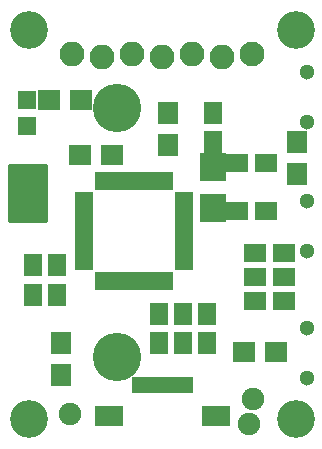
<source format=gbs>
G04 #@! TF.FileFunction,Soldermask,Bot*
%FSLAX46Y46*%
G04 Gerber Fmt 4.6, Leading zero omitted, Abs format (unit mm)*
G04 Created by KiCad (PCBNEW 4.0.5-e0-6337~49~ubuntu16.04.1) date Fri Feb 10 02:02:51 2017*
%MOMM*%
%LPD*%
G01*
G04 APERTURE LIST*
%ADD10C,0.100000*%
%ADD11C,1.900000*%
%ADD12R,1.900000X1.700000*%
%ADD13R,1.600000X1.600000*%
%ADD14C,2.100000*%
%ADD15O,2.100000X2.100000*%
%ADD16R,2.200000X2.400000*%
%ADD17R,1.900000X1.650000*%
%ADD18R,1.700000X1.900000*%
%ADD19R,1.650000X1.900000*%
%ADD20R,1.600000X1.000000*%
%ADD21R,1.000000X1.600000*%
%ADD22R,0.700000X1.400000*%
%ADD23R,2.400000X1.700000*%
%ADD24C,4.100000*%
%ADD25C,1.300000*%
%ADD26C,3.200000*%
%ADD27C,0.254000*%
G04 APERTURE END LIST*
D10*
D11*
X21971000Y-34163000D03*
X21590000Y-36322000D03*
X6477000Y-35433000D03*
D12*
X4666000Y-8890000D03*
X7366000Y-8890000D03*
X7300000Y-13500000D03*
X10000000Y-13500000D03*
D13*
X2794000Y-8890000D03*
X2794000Y-11090000D03*
D14*
X21844000Y-4953000D03*
D15*
X19304000Y-5207000D03*
X16764000Y-4953000D03*
X14224000Y-5207000D03*
X11684000Y-4953000D03*
X9144000Y-5207000D03*
X6604000Y-4953000D03*
D12*
X21228100Y-30162500D03*
X23928100Y-30162500D03*
D16*
X18542000Y-18034000D03*
X18542000Y-14534000D03*
D17*
X20574000Y-14224000D03*
X23074000Y-14224000D03*
X20574000Y-18288000D03*
X23074000Y-18288000D03*
D18*
X25654000Y-15146000D03*
X25654000Y-12446000D03*
X14732000Y-9956800D03*
X14732000Y-12656800D03*
D19*
X5334000Y-22860000D03*
X5334000Y-25360000D03*
D17*
X22098000Y-23876000D03*
X24598000Y-23876000D03*
D19*
X18542000Y-12446000D03*
X18542000Y-9946000D03*
X3302000Y-22860000D03*
X3302000Y-25360000D03*
D20*
X16136000Y-17170000D03*
X16136000Y-17970000D03*
X16136000Y-18770000D03*
X16136000Y-19570000D03*
X16136000Y-20370000D03*
X16136000Y-21170000D03*
X16136000Y-21970000D03*
X16136000Y-22770000D03*
D21*
X14686000Y-24220000D03*
X13886000Y-24220000D03*
X13086000Y-24220000D03*
X12286000Y-24220000D03*
X11486000Y-24220000D03*
X10686000Y-24220000D03*
X9886000Y-24220000D03*
X9086000Y-24220000D03*
D20*
X7636000Y-22770000D03*
X7636000Y-21970000D03*
X7636000Y-21170000D03*
X7636000Y-20370000D03*
X7636000Y-19570000D03*
X7636000Y-18770000D03*
X7636000Y-17970000D03*
X7636000Y-17170000D03*
D21*
X9086000Y-15720000D03*
X9886000Y-15720000D03*
X10686000Y-15720000D03*
X11486000Y-15720000D03*
X12286000Y-15720000D03*
X13086000Y-15720000D03*
X13886000Y-15720000D03*
X14686000Y-15720000D03*
D17*
X22098000Y-21844000D03*
X24598000Y-21844000D03*
D19*
X13970000Y-29464000D03*
X13970000Y-26964000D03*
X18034000Y-29464000D03*
X18034000Y-26964000D03*
X16002000Y-29464000D03*
X16002000Y-26964000D03*
D22*
X14550000Y-32950000D03*
X15050000Y-32950000D03*
X15550000Y-32950000D03*
X16050000Y-32950000D03*
X16550000Y-32950000D03*
X14050000Y-32950000D03*
X13550000Y-32950000D03*
X13050000Y-32950000D03*
X12550000Y-32950000D03*
X12050000Y-32950000D03*
D23*
X18850000Y-35650000D03*
X9750000Y-35650000D03*
D17*
X22098000Y-25908000D03*
X24598000Y-25908000D03*
D24*
X10430000Y-9497000D03*
X10430000Y-30607000D03*
D18*
X5715000Y-29445000D03*
X5715000Y-32145000D03*
D25*
X26550000Y-28175000D03*
X26550000Y-32425000D03*
X26554000Y-17369500D03*
X26554000Y-21619500D03*
X26554000Y-6511000D03*
X26554000Y-10761000D03*
D26*
X25600000Y-35900000D03*
X3000000Y-35900000D03*
X3000000Y-2900000D03*
X25600000Y-2900000D03*
D27*
G36*
X4473000Y-19073000D02*
X1327000Y-19073000D01*
X1327000Y-14327000D01*
X4473000Y-14327000D01*
X4473000Y-19073000D01*
X4473000Y-19073000D01*
G37*
X4473000Y-19073000D02*
X1327000Y-19073000D01*
X1327000Y-14327000D01*
X4473000Y-14327000D01*
X4473000Y-19073000D01*
M02*

</source>
